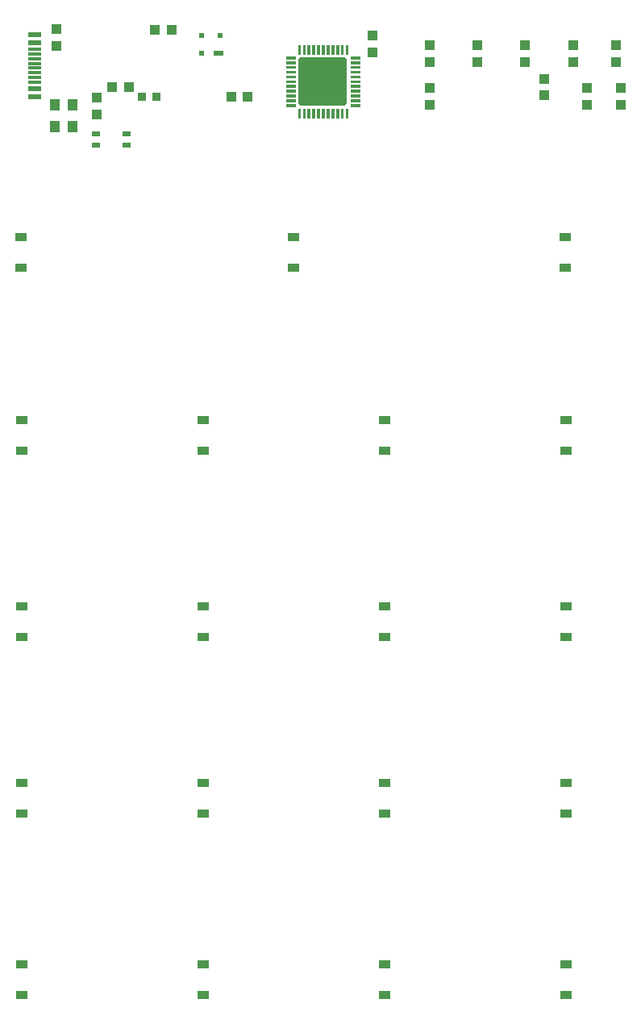
<source format=gbr>
G04 EAGLE Gerber RS-274X export*
G75*
%MOMM*%
%FSLAX34Y34*%
%LPD*%
%INSolderpaste Bottom*%
%IPPOS*%
%AMOC8*
5,1,8,0,0,1.08239X$1,22.5*%
G01*
%ADD10R,1.220000X0.910000*%
%ADD11C,0.508000*%
%ADD12C,0.075000*%
%ADD13R,1.450000X0.600000*%
%ADD14R,1.450000X0.300000*%
%ADD15R,1.080000X1.050000*%
%ADD16R,1.050000X1.080000*%
%ADD17R,1.050000X1.300000*%
%ADD18R,0.950000X0.550000*%
%ADD19R,0.900000X0.970200*%
%ADD20R,0.932600X0.970200*%
%ADD21R,1.000000X0.600000*%
%ADD22R,0.600000X0.600000*%
%ADD23R,1.000000X1.000000*%


D10*
X60559Y809878D03*
X60559Y842578D03*
X346309Y809878D03*
X346309Y842578D03*
X632059Y809878D03*
X632059Y842578D03*
X61438Y617775D03*
X61438Y650475D03*
X251938Y617775D03*
X251938Y650475D03*
X442438Y617775D03*
X442438Y650475D03*
X632938Y617775D03*
X632938Y650475D03*
X61438Y422275D03*
X61438Y454975D03*
X251938Y422275D03*
X251938Y454975D03*
X442438Y422275D03*
X442438Y454975D03*
X632938Y422275D03*
X632938Y454975D03*
X61438Y236775D03*
X61438Y269475D03*
X251938Y236775D03*
X251938Y269475D03*
X442438Y236775D03*
X442438Y269475D03*
X632938Y236775D03*
X632938Y269475D03*
X61438Y46275D03*
X61438Y78975D03*
X251938Y46275D03*
X251938Y78975D03*
X442438Y46275D03*
X442438Y78975D03*
X632938Y46275D03*
X632938Y78975D03*
D11*
X400370Y1028855D02*
X354650Y1028855D01*
X400370Y1028855D02*
X400370Y983135D01*
X354650Y983135D01*
X354650Y1028855D01*
X354650Y987961D02*
X400370Y987961D01*
X400370Y992787D02*
X354650Y992787D01*
X354650Y997613D02*
X400370Y997613D01*
X400370Y1002439D02*
X354650Y1002439D01*
X354650Y1007265D02*
X400370Y1007265D01*
X400370Y1012091D02*
X354650Y1012091D01*
X354650Y1016917D02*
X400370Y1016917D01*
X400370Y1021743D02*
X354650Y1021743D01*
X354650Y1026569D02*
X400370Y1026569D01*
D12*
X406385Y1029870D02*
X415635Y1029870D01*
X406385Y1029870D02*
X406385Y1032120D01*
X415635Y1032120D01*
X415635Y1029870D01*
X415635Y1030582D02*
X406385Y1030582D01*
X406385Y1031294D02*
X415635Y1031294D01*
X415635Y1032006D02*
X406385Y1032006D01*
X406385Y1024870D02*
X415635Y1024870D01*
X406385Y1024870D02*
X406385Y1027120D01*
X415635Y1027120D01*
X415635Y1024870D01*
X415635Y1025582D02*
X406385Y1025582D01*
X406385Y1026294D02*
X415635Y1026294D01*
X415635Y1027006D02*
X406385Y1027006D01*
X406385Y1019870D02*
X415635Y1019870D01*
X406385Y1019870D02*
X406385Y1022120D01*
X415635Y1022120D01*
X415635Y1019870D01*
X415635Y1020582D02*
X406385Y1020582D01*
X406385Y1021294D02*
X415635Y1021294D01*
X415635Y1022006D02*
X406385Y1022006D01*
X406385Y1014870D02*
X415635Y1014870D01*
X406385Y1014870D02*
X406385Y1017120D01*
X415635Y1017120D01*
X415635Y1014870D01*
X415635Y1015582D02*
X406385Y1015582D01*
X406385Y1016294D02*
X415635Y1016294D01*
X415635Y1017006D02*
X406385Y1017006D01*
X406385Y1009870D02*
X415635Y1009870D01*
X406385Y1009870D02*
X406385Y1012120D01*
X415635Y1012120D01*
X415635Y1009870D01*
X415635Y1010582D02*
X406385Y1010582D01*
X406385Y1011294D02*
X415635Y1011294D01*
X415635Y1012006D02*
X406385Y1012006D01*
X406385Y1004870D02*
X415635Y1004870D01*
X406385Y1004870D02*
X406385Y1007120D01*
X415635Y1007120D01*
X415635Y1004870D01*
X415635Y1005582D02*
X406385Y1005582D01*
X406385Y1006294D02*
X415635Y1006294D01*
X415635Y1007006D02*
X406385Y1007006D01*
X406385Y999870D02*
X415635Y999870D01*
X406385Y999870D02*
X406385Y1002120D01*
X415635Y1002120D01*
X415635Y999870D01*
X415635Y1000582D02*
X406385Y1000582D01*
X406385Y1001294D02*
X415635Y1001294D01*
X415635Y1002006D02*
X406385Y1002006D01*
X406385Y994870D02*
X415635Y994870D01*
X406385Y994870D02*
X406385Y997120D01*
X415635Y997120D01*
X415635Y994870D01*
X415635Y995582D02*
X406385Y995582D01*
X406385Y996294D02*
X415635Y996294D01*
X415635Y997006D02*
X406385Y997006D01*
X406385Y989870D02*
X415635Y989870D01*
X406385Y989870D02*
X406385Y992120D01*
X415635Y992120D01*
X415635Y989870D01*
X415635Y990582D02*
X406385Y990582D01*
X406385Y991294D02*
X415635Y991294D01*
X415635Y992006D02*
X406385Y992006D01*
X406385Y984870D02*
X415635Y984870D01*
X406385Y984870D02*
X406385Y987120D01*
X415635Y987120D01*
X415635Y984870D01*
X415635Y985582D02*
X406385Y985582D01*
X406385Y986294D02*
X415635Y986294D01*
X415635Y987006D02*
X406385Y987006D01*
X406385Y979870D02*
X415635Y979870D01*
X406385Y979870D02*
X406385Y982120D01*
X415635Y982120D01*
X415635Y979870D01*
X415635Y980582D02*
X406385Y980582D01*
X406385Y981294D02*
X415635Y981294D01*
X415635Y982006D02*
X406385Y982006D01*
X401385Y977120D02*
X401385Y967870D01*
X401385Y977120D02*
X403635Y977120D01*
X403635Y967870D01*
X401385Y967870D01*
X401385Y968582D02*
X403635Y968582D01*
X403635Y969294D02*
X401385Y969294D01*
X401385Y970006D02*
X403635Y970006D01*
X403635Y970718D02*
X401385Y970718D01*
X401385Y971430D02*
X403635Y971430D01*
X403635Y972142D02*
X401385Y972142D01*
X401385Y972854D02*
X403635Y972854D01*
X403635Y973566D02*
X401385Y973566D01*
X401385Y974278D02*
X403635Y974278D01*
X403635Y974990D02*
X401385Y974990D01*
X401385Y975702D02*
X403635Y975702D01*
X403635Y976414D02*
X401385Y976414D01*
X396385Y977120D02*
X396385Y967870D01*
X396385Y977120D02*
X398635Y977120D01*
X398635Y967870D01*
X396385Y967870D01*
X396385Y968582D02*
X398635Y968582D01*
X398635Y969294D02*
X396385Y969294D01*
X396385Y970006D02*
X398635Y970006D01*
X398635Y970718D02*
X396385Y970718D01*
X396385Y971430D02*
X398635Y971430D01*
X398635Y972142D02*
X396385Y972142D01*
X396385Y972854D02*
X398635Y972854D01*
X398635Y973566D02*
X396385Y973566D01*
X396385Y974278D02*
X398635Y974278D01*
X398635Y974990D02*
X396385Y974990D01*
X396385Y975702D02*
X398635Y975702D01*
X398635Y976414D02*
X396385Y976414D01*
X391385Y977120D02*
X391385Y967870D01*
X391385Y977120D02*
X393635Y977120D01*
X393635Y967870D01*
X391385Y967870D01*
X391385Y968582D02*
X393635Y968582D01*
X393635Y969294D02*
X391385Y969294D01*
X391385Y970006D02*
X393635Y970006D01*
X393635Y970718D02*
X391385Y970718D01*
X391385Y971430D02*
X393635Y971430D01*
X393635Y972142D02*
X391385Y972142D01*
X391385Y972854D02*
X393635Y972854D01*
X393635Y973566D02*
X391385Y973566D01*
X391385Y974278D02*
X393635Y974278D01*
X393635Y974990D02*
X391385Y974990D01*
X391385Y975702D02*
X393635Y975702D01*
X393635Y976414D02*
X391385Y976414D01*
X386385Y977120D02*
X386385Y967870D01*
X386385Y977120D02*
X388635Y977120D01*
X388635Y967870D01*
X386385Y967870D01*
X386385Y968582D02*
X388635Y968582D01*
X388635Y969294D02*
X386385Y969294D01*
X386385Y970006D02*
X388635Y970006D01*
X388635Y970718D02*
X386385Y970718D01*
X386385Y971430D02*
X388635Y971430D01*
X388635Y972142D02*
X386385Y972142D01*
X386385Y972854D02*
X388635Y972854D01*
X388635Y973566D02*
X386385Y973566D01*
X386385Y974278D02*
X388635Y974278D01*
X388635Y974990D02*
X386385Y974990D01*
X386385Y975702D02*
X388635Y975702D01*
X388635Y976414D02*
X386385Y976414D01*
X381385Y977120D02*
X381385Y967870D01*
X381385Y977120D02*
X383635Y977120D01*
X383635Y967870D01*
X381385Y967870D01*
X381385Y968582D02*
X383635Y968582D01*
X383635Y969294D02*
X381385Y969294D01*
X381385Y970006D02*
X383635Y970006D01*
X383635Y970718D02*
X381385Y970718D01*
X381385Y971430D02*
X383635Y971430D01*
X383635Y972142D02*
X381385Y972142D01*
X381385Y972854D02*
X383635Y972854D01*
X383635Y973566D02*
X381385Y973566D01*
X381385Y974278D02*
X383635Y974278D01*
X383635Y974990D02*
X381385Y974990D01*
X381385Y975702D02*
X383635Y975702D01*
X383635Y976414D02*
X381385Y976414D01*
X376385Y977120D02*
X376385Y967870D01*
X376385Y977120D02*
X378635Y977120D01*
X378635Y967870D01*
X376385Y967870D01*
X376385Y968582D02*
X378635Y968582D01*
X378635Y969294D02*
X376385Y969294D01*
X376385Y970006D02*
X378635Y970006D01*
X378635Y970718D02*
X376385Y970718D01*
X376385Y971430D02*
X378635Y971430D01*
X378635Y972142D02*
X376385Y972142D01*
X376385Y972854D02*
X378635Y972854D01*
X378635Y973566D02*
X376385Y973566D01*
X376385Y974278D02*
X378635Y974278D01*
X378635Y974990D02*
X376385Y974990D01*
X376385Y975702D02*
X378635Y975702D01*
X378635Y976414D02*
X376385Y976414D01*
X371385Y977120D02*
X371385Y967870D01*
X371385Y977120D02*
X373635Y977120D01*
X373635Y967870D01*
X371385Y967870D01*
X371385Y968582D02*
X373635Y968582D01*
X373635Y969294D02*
X371385Y969294D01*
X371385Y970006D02*
X373635Y970006D01*
X373635Y970718D02*
X371385Y970718D01*
X371385Y971430D02*
X373635Y971430D01*
X373635Y972142D02*
X371385Y972142D01*
X371385Y972854D02*
X373635Y972854D01*
X373635Y973566D02*
X371385Y973566D01*
X371385Y974278D02*
X373635Y974278D01*
X373635Y974990D02*
X371385Y974990D01*
X371385Y975702D02*
X373635Y975702D01*
X373635Y976414D02*
X371385Y976414D01*
X366385Y977120D02*
X366385Y967870D01*
X366385Y977120D02*
X368635Y977120D01*
X368635Y967870D01*
X366385Y967870D01*
X366385Y968582D02*
X368635Y968582D01*
X368635Y969294D02*
X366385Y969294D01*
X366385Y970006D02*
X368635Y970006D01*
X368635Y970718D02*
X366385Y970718D01*
X366385Y971430D02*
X368635Y971430D01*
X368635Y972142D02*
X366385Y972142D01*
X366385Y972854D02*
X368635Y972854D01*
X368635Y973566D02*
X366385Y973566D01*
X366385Y974278D02*
X368635Y974278D01*
X368635Y974990D02*
X366385Y974990D01*
X366385Y975702D02*
X368635Y975702D01*
X368635Y976414D02*
X366385Y976414D01*
X361385Y977120D02*
X361385Y967870D01*
X361385Y977120D02*
X363635Y977120D01*
X363635Y967870D01*
X361385Y967870D01*
X361385Y968582D02*
X363635Y968582D01*
X363635Y969294D02*
X361385Y969294D01*
X361385Y970006D02*
X363635Y970006D01*
X363635Y970718D02*
X361385Y970718D01*
X361385Y971430D02*
X363635Y971430D01*
X363635Y972142D02*
X361385Y972142D01*
X361385Y972854D02*
X363635Y972854D01*
X363635Y973566D02*
X361385Y973566D01*
X361385Y974278D02*
X363635Y974278D01*
X363635Y974990D02*
X361385Y974990D01*
X361385Y975702D02*
X363635Y975702D01*
X363635Y976414D02*
X361385Y976414D01*
X356385Y977120D02*
X356385Y967870D01*
X356385Y977120D02*
X358635Y977120D01*
X358635Y967870D01*
X356385Y967870D01*
X356385Y968582D02*
X358635Y968582D01*
X358635Y969294D02*
X356385Y969294D01*
X356385Y970006D02*
X358635Y970006D01*
X358635Y970718D02*
X356385Y970718D01*
X356385Y971430D02*
X358635Y971430D01*
X358635Y972142D02*
X356385Y972142D01*
X356385Y972854D02*
X358635Y972854D01*
X358635Y973566D02*
X356385Y973566D01*
X356385Y974278D02*
X358635Y974278D01*
X358635Y974990D02*
X356385Y974990D01*
X356385Y975702D02*
X358635Y975702D01*
X358635Y976414D02*
X356385Y976414D01*
X351385Y977120D02*
X351385Y967870D01*
X351385Y977120D02*
X353635Y977120D01*
X353635Y967870D01*
X351385Y967870D01*
X351385Y968582D02*
X353635Y968582D01*
X353635Y969294D02*
X351385Y969294D01*
X351385Y970006D02*
X353635Y970006D01*
X353635Y970718D02*
X351385Y970718D01*
X351385Y971430D02*
X353635Y971430D01*
X353635Y972142D02*
X351385Y972142D01*
X351385Y972854D02*
X353635Y972854D01*
X353635Y973566D02*
X351385Y973566D01*
X351385Y974278D02*
X353635Y974278D01*
X353635Y974990D02*
X351385Y974990D01*
X351385Y975702D02*
X353635Y975702D01*
X353635Y976414D02*
X351385Y976414D01*
X348635Y982120D02*
X339385Y982120D01*
X348635Y982120D02*
X348635Y979870D01*
X339385Y979870D01*
X339385Y982120D01*
X339385Y980582D02*
X348635Y980582D01*
X348635Y981294D02*
X339385Y981294D01*
X339385Y982006D02*
X348635Y982006D01*
X348635Y987120D02*
X339385Y987120D01*
X348635Y987120D02*
X348635Y984870D01*
X339385Y984870D01*
X339385Y987120D01*
X339385Y985582D02*
X348635Y985582D01*
X348635Y986294D02*
X339385Y986294D01*
X339385Y987006D02*
X348635Y987006D01*
X348635Y992120D02*
X339385Y992120D01*
X348635Y992120D02*
X348635Y989870D01*
X339385Y989870D01*
X339385Y992120D01*
X339385Y990582D02*
X348635Y990582D01*
X348635Y991294D02*
X339385Y991294D01*
X339385Y992006D02*
X348635Y992006D01*
X348635Y997120D02*
X339385Y997120D01*
X348635Y997120D02*
X348635Y994870D01*
X339385Y994870D01*
X339385Y997120D01*
X339385Y995582D02*
X348635Y995582D01*
X348635Y996294D02*
X339385Y996294D01*
X339385Y997006D02*
X348635Y997006D01*
X348635Y1002120D02*
X339385Y1002120D01*
X348635Y1002120D02*
X348635Y999870D01*
X339385Y999870D01*
X339385Y1002120D01*
X339385Y1000582D02*
X348635Y1000582D01*
X348635Y1001294D02*
X339385Y1001294D01*
X339385Y1002006D02*
X348635Y1002006D01*
X348635Y1007120D02*
X339385Y1007120D01*
X348635Y1007120D02*
X348635Y1004870D01*
X339385Y1004870D01*
X339385Y1007120D01*
X339385Y1005582D02*
X348635Y1005582D01*
X348635Y1006294D02*
X339385Y1006294D01*
X339385Y1007006D02*
X348635Y1007006D01*
X348635Y1012120D02*
X339385Y1012120D01*
X348635Y1012120D02*
X348635Y1009870D01*
X339385Y1009870D01*
X339385Y1012120D01*
X339385Y1010582D02*
X348635Y1010582D01*
X348635Y1011294D02*
X339385Y1011294D01*
X339385Y1012006D02*
X348635Y1012006D01*
X348635Y1017120D02*
X339385Y1017120D01*
X348635Y1017120D02*
X348635Y1014870D01*
X339385Y1014870D01*
X339385Y1017120D01*
X339385Y1015582D02*
X348635Y1015582D01*
X348635Y1016294D02*
X339385Y1016294D01*
X339385Y1017006D02*
X348635Y1017006D01*
X348635Y1022120D02*
X339385Y1022120D01*
X348635Y1022120D02*
X348635Y1019870D01*
X339385Y1019870D01*
X339385Y1022120D01*
X339385Y1020582D02*
X348635Y1020582D01*
X348635Y1021294D02*
X339385Y1021294D01*
X339385Y1022006D02*
X348635Y1022006D01*
X348635Y1027120D02*
X339385Y1027120D01*
X348635Y1027120D02*
X348635Y1024870D01*
X339385Y1024870D01*
X339385Y1027120D01*
X339385Y1025582D02*
X348635Y1025582D01*
X348635Y1026294D02*
X339385Y1026294D01*
X339385Y1027006D02*
X348635Y1027006D01*
X348635Y1032120D02*
X339385Y1032120D01*
X348635Y1032120D02*
X348635Y1029870D01*
X339385Y1029870D01*
X339385Y1032120D01*
X339385Y1030582D02*
X348635Y1030582D01*
X348635Y1031294D02*
X339385Y1031294D01*
X339385Y1032006D02*
X348635Y1032006D01*
X353635Y1034870D02*
X353635Y1044120D01*
X353635Y1034870D02*
X351385Y1034870D01*
X351385Y1044120D01*
X353635Y1044120D01*
X353635Y1035582D02*
X351385Y1035582D01*
X351385Y1036294D02*
X353635Y1036294D01*
X353635Y1037006D02*
X351385Y1037006D01*
X351385Y1037718D02*
X353635Y1037718D01*
X353635Y1038430D02*
X351385Y1038430D01*
X351385Y1039142D02*
X353635Y1039142D01*
X353635Y1039854D02*
X351385Y1039854D01*
X351385Y1040566D02*
X353635Y1040566D01*
X353635Y1041278D02*
X351385Y1041278D01*
X351385Y1041990D02*
X353635Y1041990D01*
X353635Y1042702D02*
X351385Y1042702D01*
X351385Y1043414D02*
X353635Y1043414D01*
X358635Y1044120D02*
X358635Y1034870D01*
X356385Y1034870D01*
X356385Y1044120D01*
X358635Y1044120D01*
X358635Y1035582D02*
X356385Y1035582D01*
X356385Y1036294D02*
X358635Y1036294D01*
X358635Y1037006D02*
X356385Y1037006D01*
X356385Y1037718D02*
X358635Y1037718D01*
X358635Y1038430D02*
X356385Y1038430D01*
X356385Y1039142D02*
X358635Y1039142D01*
X358635Y1039854D02*
X356385Y1039854D01*
X356385Y1040566D02*
X358635Y1040566D01*
X358635Y1041278D02*
X356385Y1041278D01*
X356385Y1041990D02*
X358635Y1041990D01*
X358635Y1042702D02*
X356385Y1042702D01*
X356385Y1043414D02*
X358635Y1043414D01*
X363635Y1044120D02*
X363635Y1034870D01*
X361385Y1034870D01*
X361385Y1044120D01*
X363635Y1044120D01*
X363635Y1035582D02*
X361385Y1035582D01*
X361385Y1036294D02*
X363635Y1036294D01*
X363635Y1037006D02*
X361385Y1037006D01*
X361385Y1037718D02*
X363635Y1037718D01*
X363635Y1038430D02*
X361385Y1038430D01*
X361385Y1039142D02*
X363635Y1039142D01*
X363635Y1039854D02*
X361385Y1039854D01*
X361385Y1040566D02*
X363635Y1040566D01*
X363635Y1041278D02*
X361385Y1041278D01*
X361385Y1041990D02*
X363635Y1041990D01*
X363635Y1042702D02*
X361385Y1042702D01*
X361385Y1043414D02*
X363635Y1043414D01*
X368635Y1044120D02*
X368635Y1034870D01*
X366385Y1034870D01*
X366385Y1044120D01*
X368635Y1044120D01*
X368635Y1035582D02*
X366385Y1035582D01*
X366385Y1036294D02*
X368635Y1036294D01*
X368635Y1037006D02*
X366385Y1037006D01*
X366385Y1037718D02*
X368635Y1037718D01*
X368635Y1038430D02*
X366385Y1038430D01*
X366385Y1039142D02*
X368635Y1039142D01*
X368635Y1039854D02*
X366385Y1039854D01*
X366385Y1040566D02*
X368635Y1040566D01*
X368635Y1041278D02*
X366385Y1041278D01*
X366385Y1041990D02*
X368635Y1041990D01*
X368635Y1042702D02*
X366385Y1042702D01*
X366385Y1043414D02*
X368635Y1043414D01*
X373635Y1044120D02*
X373635Y1034870D01*
X371385Y1034870D01*
X371385Y1044120D01*
X373635Y1044120D01*
X373635Y1035582D02*
X371385Y1035582D01*
X371385Y1036294D02*
X373635Y1036294D01*
X373635Y1037006D02*
X371385Y1037006D01*
X371385Y1037718D02*
X373635Y1037718D01*
X373635Y1038430D02*
X371385Y1038430D01*
X371385Y1039142D02*
X373635Y1039142D01*
X373635Y1039854D02*
X371385Y1039854D01*
X371385Y1040566D02*
X373635Y1040566D01*
X373635Y1041278D02*
X371385Y1041278D01*
X371385Y1041990D02*
X373635Y1041990D01*
X373635Y1042702D02*
X371385Y1042702D01*
X371385Y1043414D02*
X373635Y1043414D01*
X378635Y1044120D02*
X378635Y1034870D01*
X376385Y1034870D01*
X376385Y1044120D01*
X378635Y1044120D01*
X378635Y1035582D02*
X376385Y1035582D01*
X376385Y1036294D02*
X378635Y1036294D01*
X378635Y1037006D02*
X376385Y1037006D01*
X376385Y1037718D02*
X378635Y1037718D01*
X378635Y1038430D02*
X376385Y1038430D01*
X376385Y1039142D02*
X378635Y1039142D01*
X378635Y1039854D02*
X376385Y1039854D01*
X376385Y1040566D02*
X378635Y1040566D01*
X378635Y1041278D02*
X376385Y1041278D01*
X376385Y1041990D02*
X378635Y1041990D01*
X378635Y1042702D02*
X376385Y1042702D01*
X376385Y1043414D02*
X378635Y1043414D01*
X383635Y1044120D02*
X383635Y1034870D01*
X381385Y1034870D01*
X381385Y1044120D01*
X383635Y1044120D01*
X383635Y1035582D02*
X381385Y1035582D01*
X381385Y1036294D02*
X383635Y1036294D01*
X383635Y1037006D02*
X381385Y1037006D01*
X381385Y1037718D02*
X383635Y1037718D01*
X383635Y1038430D02*
X381385Y1038430D01*
X381385Y1039142D02*
X383635Y1039142D01*
X383635Y1039854D02*
X381385Y1039854D01*
X381385Y1040566D02*
X383635Y1040566D01*
X383635Y1041278D02*
X381385Y1041278D01*
X381385Y1041990D02*
X383635Y1041990D01*
X383635Y1042702D02*
X381385Y1042702D01*
X381385Y1043414D02*
X383635Y1043414D01*
X388635Y1044120D02*
X388635Y1034870D01*
X386385Y1034870D01*
X386385Y1044120D01*
X388635Y1044120D01*
X388635Y1035582D02*
X386385Y1035582D01*
X386385Y1036294D02*
X388635Y1036294D01*
X388635Y1037006D02*
X386385Y1037006D01*
X386385Y1037718D02*
X388635Y1037718D01*
X388635Y1038430D02*
X386385Y1038430D01*
X386385Y1039142D02*
X388635Y1039142D01*
X388635Y1039854D02*
X386385Y1039854D01*
X386385Y1040566D02*
X388635Y1040566D01*
X388635Y1041278D02*
X386385Y1041278D01*
X386385Y1041990D02*
X388635Y1041990D01*
X388635Y1042702D02*
X386385Y1042702D01*
X386385Y1043414D02*
X388635Y1043414D01*
X393635Y1044120D02*
X393635Y1034870D01*
X391385Y1034870D01*
X391385Y1044120D01*
X393635Y1044120D01*
X393635Y1035582D02*
X391385Y1035582D01*
X391385Y1036294D02*
X393635Y1036294D01*
X393635Y1037006D02*
X391385Y1037006D01*
X391385Y1037718D02*
X393635Y1037718D01*
X393635Y1038430D02*
X391385Y1038430D01*
X391385Y1039142D02*
X393635Y1039142D01*
X393635Y1039854D02*
X391385Y1039854D01*
X391385Y1040566D02*
X393635Y1040566D01*
X393635Y1041278D02*
X391385Y1041278D01*
X391385Y1041990D02*
X393635Y1041990D01*
X393635Y1042702D02*
X391385Y1042702D01*
X391385Y1043414D02*
X393635Y1043414D01*
X398635Y1044120D02*
X398635Y1034870D01*
X396385Y1034870D01*
X396385Y1044120D01*
X398635Y1044120D01*
X398635Y1035582D02*
X396385Y1035582D01*
X396385Y1036294D02*
X398635Y1036294D01*
X398635Y1037006D02*
X396385Y1037006D01*
X396385Y1037718D02*
X398635Y1037718D01*
X398635Y1038430D02*
X396385Y1038430D01*
X396385Y1039142D02*
X398635Y1039142D01*
X398635Y1039854D02*
X396385Y1039854D01*
X396385Y1040566D02*
X398635Y1040566D01*
X398635Y1041278D02*
X396385Y1041278D01*
X396385Y1041990D02*
X398635Y1041990D01*
X398635Y1042702D02*
X396385Y1042702D01*
X396385Y1043414D02*
X398635Y1043414D01*
X403635Y1044120D02*
X403635Y1034870D01*
X401385Y1034870D01*
X401385Y1044120D01*
X403635Y1044120D01*
X403635Y1035582D02*
X401385Y1035582D01*
X401385Y1036294D02*
X403635Y1036294D01*
X403635Y1037006D02*
X401385Y1037006D01*
X401385Y1037718D02*
X403635Y1037718D01*
X403635Y1038430D02*
X401385Y1038430D01*
X401385Y1039142D02*
X403635Y1039142D01*
X403635Y1039854D02*
X401385Y1039854D01*
X401385Y1040566D02*
X403635Y1040566D01*
X403635Y1041278D02*
X401385Y1041278D01*
X401385Y1041990D02*
X403635Y1041990D01*
X403635Y1042702D02*
X401385Y1042702D01*
X401385Y1043414D02*
X403635Y1043414D01*
D13*
X74415Y989915D03*
X74415Y997915D03*
D14*
X74415Y1019915D03*
X74415Y1014915D03*
X74415Y1009915D03*
X74415Y1004915D03*
X74415Y1024915D03*
X74415Y1029915D03*
X74415Y1034915D03*
X74415Y1039915D03*
D13*
X74415Y1046915D03*
X74415Y1054915D03*
D15*
X97573Y1060604D03*
X97573Y1043104D03*
D16*
X281250Y990000D03*
X298750Y990000D03*
D15*
X140000Y971250D03*
X140000Y988750D03*
X490000Y1026250D03*
X490000Y1043750D03*
X540000Y1026250D03*
X540000Y1043750D03*
X590000Y1026250D03*
X590000Y1043750D03*
X640000Y1026250D03*
X640000Y1043750D03*
X610000Y1008750D03*
X610000Y991250D03*
X430000Y1053750D03*
X430000Y1036250D03*
D16*
X201250Y1060000D03*
X218750Y1060000D03*
D17*
X95750Y958500D03*
X114250Y958500D03*
X114250Y981500D03*
X95750Y981500D03*
D15*
X685000Y1026250D03*
X685000Y1043750D03*
X490000Y998750D03*
X490000Y981250D03*
D18*
X171000Y951000D03*
X171000Y939000D03*
X139000Y939000D03*
X139000Y951000D03*
D15*
X655000Y998750D03*
X655000Y981250D03*
X690000Y998750D03*
X690000Y981250D03*
D19*
X202851Y990000D03*
D20*
X187312Y990000D03*
D21*
X267500Y1035500D03*
D22*
X250500Y1035500D03*
X269500Y1054500D03*
X250500Y1054500D03*
D23*
X174000Y1000000D03*
X156000Y1000000D03*
M02*

</source>
